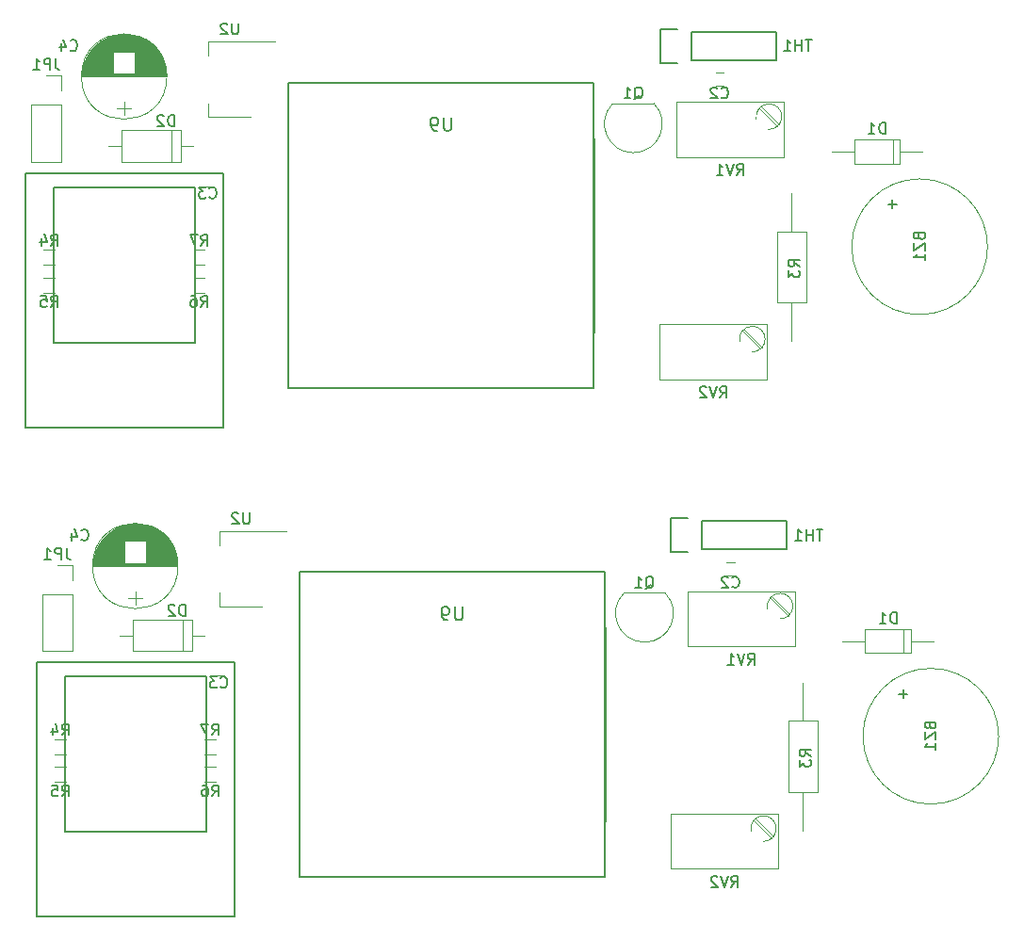
<source format=gbo>
%MOIN*%
%OFA0B0*%
%FSLAX46Y46*%
%IPPOS*%
%LPD*%
%ADD10C,0.0039370078740157488*%
%ADD11C,0.0047244094488188976*%
%ADD12C,0.005905511811023622*%
%ADD23C,0.0039370078740157488*%
%ADD24C,0.0047244094488188976*%
%ADD25C,0.005905511811023622*%
%LPD*%
G01*
D10*
D11*
X0003862204Y0002596456D02*
G75*
G03X0003862204Y0002596456I-0000240157D01*
G01*
X0002899606Y0003165354D02*
X0002927165Y0003165354D01*
X0002927165Y0003212598D02*
X0002899606Y0003212598D01*
X0001088582Y0002811023D02*
X0001116141Y0002811023D01*
X0001116141Y0002858267D02*
X0001088582Y0002858267D01*
X0000958267Y0003198818D02*
G75*
G03X0000958267Y0003198818I-0000151181D01*
G01*
X0000956692Y0003198818D02*
X0000657480Y0003198818D01*
X0000956692Y0003200393D02*
X0000657480Y0003200393D01*
X0000956692Y0003201968D02*
X0000657480Y0003201968D01*
X0000956653Y0003203543D02*
X0000657519Y0003203543D01*
X0000956574Y0003205118D02*
X0000657598Y0003205118D01*
X0000956496Y0003206692D02*
X0000657677Y0003206692D01*
X0000956417Y0003208267D02*
X0000657755Y0003208267D01*
X0000956299Y0003209842D02*
X0000845669Y0003209842D01*
X0000768503Y0003209842D02*
X0000657874Y0003209842D01*
X0000956181Y0003211417D02*
X0000845669Y0003211417D01*
X0000768503Y0003211417D02*
X0000657992Y0003211417D01*
X0000956062Y0003212992D02*
X0000845669Y0003212992D01*
X0000768503Y0003212992D02*
X0000658110Y0003212992D01*
X0000955905Y0003214566D02*
X0000845669Y0003214566D01*
X0000768503Y0003214566D02*
X0000658267Y0003214566D01*
X0000955708Y0003216141D02*
X0000845669Y0003216141D01*
X0000768503Y0003216141D02*
X0000658464Y0003216141D01*
X0000955511Y0003217716D02*
X0000845669Y0003217716D01*
X0000768503Y0003217716D02*
X0000658661Y0003217716D01*
X0000955314Y0003219291D02*
X0000845669Y0003219291D01*
X0000768503Y0003219291D02*
X0000658858Y0003219291D01*
X0000955078Y0003220866D02*
X0000845669Y0003220866D01*
X0000768503Y0003220866D02*
X0000659094Y0003220866D01*
X0000954842Y0003222440D02*
X0000845669Y0003222440D01*
X0000768503Y0003222440D02*
X0000659330Y0003222440D01*
X0000954606Y0003224015D02*
X0000845669Y0003224015D01*
X0000768503Y0003224015D02*
X0000659566Y0003224015D01*
X0000954330Y0003225590D02*
X0000845669Y0003225590D01*
X0000768503Y0003225590D02*
X0000659842Y0003225590D01*
X0000954015Y0003227204D02*
X0000845669Y0003227204D01*
X0000768503Y0003227204D02*
X0000660157Y0003227204D01*
X0000953740Y0003228779D02*
X0000845669Y0003228779D01*
X0000768503Y0003228779D02*
X0000660433Y0003228779D01*
X0000953385Y0003230354D02*
X0000845669Y0003230354D01*
X0000768503Y0003230354D02*
X0000660787Y0003230354D01*
X0000953031Y0003231929D02*
X0000845669Y0003231929D01*
X0000768503Y0003231929D02*
X0000661141Y0003231929D01*
X0000952677Y0003233503D02*
X0000845669Y0003233503D01*
X0000768503Y0003233503D02*
X0000661496Y0003233503D01*
X0000952322Y0003235078D02*
X0000845669Y0003235078D01*
X0000768503Y0003235078D02*
X0000661850Y0003235078D01*
X0000951929Y0003236653D02*
X0000845669Y0003236653D01*
X0000768503Y0003236653D02*
X0000662244Y0003236653D01*
X0000951496Y0003238228D02*
X0000845669Y0003238228D01*
X0000768503Y0003238228D02*
X0000662677Y0003238228D01*
X0000951062Y0003239803D02*
X0000845669Y0003239803D01*
X0000768503Y0003239803D02*
X0000663110Y0003239803D01*
X0000950590Y0003241377D02*
X0000845669Y0003241377D01*
X0000768503Y0003241377D02*
X0000663582Y0003241377D01*
X0000950157Y0003242952D02*
X0000845669Y0003242952D01*
X0000768503Y0003242952D02*
X0000664015Y0003242952D01*
X0000949645Y0003244527D02*
X0000845669Y0003244527D01*
X0000768503Y0003244527D02*
X0000664527Y0003244527D01*
X0000949133Y0003246102D02*
X0000845669Y0003246102D01*
X0000768503Y0003246102D02*
X0000665039Y0003246102D01*
X0000948622Y0003247677D02*
X0000845669Y0003247677D01*
X0000768503Y0003247677D02*
X0000665551Y0003247677D01*
X0000948070Y0003249251D02*
X0000845669Y0003249251D01*
X0000768503Y0003249251D02*
X0000666102Y0003249251D01*
X0000947480Y0003250826D02*
X0000845669Y0003250826D01*
X0000768503Y0003250826D02*
X0000666692Y0003250826D01*
X0000946929Y0003252401D02*
X0000845669Y0003252401D01*
X0000768503Y0003252401D02*
X0000667244Y0003252401D01*
X0000946299Y0003253976D02*
X0000845669Y0003253976D01*
X0000768503Y0003253976D02*
X0000667874Y0003253976D01*
X0000945669Y0003255551D02*
X0000845669Y0003255551D01*
X0000768503Y0003255551D02*
X0000668503Y0003255551D01*
X0000945039Y0003257125D02*
X0000845669Y0003257125D01*
X0000768503Y0003257125D02*
X0000669133Y0003257125D01*
X0000944370Y0003258700D02*
X0000845669Y0003258700D01*
X0000768503Y0003258700D02*
X0000669803Y0003258700D01*
X0000943661Y0003260275D02*
X0000845669Y0003260275D01*
X0000768503Y0003260275D02*
X0000670511Y0003260275D01*
X0000942952Y0003261850D02*
X0000845669Y0003261850D01*
X0000768503Y0003261850D02*
X0000671220Y0003261850D01*
X0000942244Y0003263425D02*
X0000845669Y0003263425D01*
X0000768503Y0003263425D02*
X0000671929Y0003263425D01*
X0000941456Y0003265000D02*
X0000845669Y0003265000D01*
X0000768503Y0003265000D02*
X0000672716Y0003265000D01*
X0000940708Y0003266574D02*
X0000845669Y0003266574D01*
X0000768503Y0003266574D02*
X0000673464Y0003266574D01*
X0000939881Y0003268149D02*
X0000845669Y0003268149D01*
X0000768503Y0003268149D02*
X0000674291Y0003268149D01*
X0000939055Y0003269724D02*
X0000845669Y0003269724D01*
X0000768503Y0003269724D02*
X0000675118Y0003269724D01*
X0000938228Y0003271299D02*
X0000845669Y0003271299D01*
X0000768503Y0003271299D02*
X0000675944Y0003271299D01*
X0000937362Y0003272874D02*
X0000845669Y0003272874D01*
X0000768503Y0003272874D02*
X0000676811Y0003272874D01*
X0000936456Y0003274448D02*
X0000845669Y0003274448D01*
X0000768503Y0003274448D02*
X0000677716Y0003274448D01*
X0000935551Y0003276023D02*
X0000845669Y0003276023D01*
X0000768503Y0003276023D02*
X0000678622Y0003276023D01*
X0000934606Y0003277598D02*
X0000845669Y0003277598D01*
X0000768503Y0003277598D02*
X0000679566Y0003277598D01*
X0000933622Y0003279173D02*
X0000845669Y0003279173D01*
X0000768503Y0003279173D02*
X0000680551Y0003279173D01*
X0000932598Y0003280748D02*
X0000845669Y0003280748D01*
X0000768503Y0003280748D02*
X0000681574Y0003280748D01*
X0000931574Y0003282322D02*
X0000845669Y0003282322D01*
X0000768503Y0003282322D02*
X0000682598Y0003282322D01*
X0000930511Y0003283897D02*
X0000845669Y0003283897D01*
X0000768503Y0003283897D02*
X0000683661Y0003283897D01*
X0000929448Y0003285472D02*
X0000845669Y0003285472D01*
X0000768503Y0003285472D02*
X0000684724Y0003285472D01*
X0000928307Y0003287047D02*
X0000685866Y0003287047D01*
X0000927165Y0003288622D02*
X0000687007Y0003288622D01*
X0000925984Y0003290196D02*
X0000688188Y0003290196D01*
X0000924803Y0003291771D02*
X0000689370Y0003291771D01*
X0000923543Y0003293346D02*
X0000690629Y0003293346D01*
X0000922283Y0003294921D02*
X0000691889Y0003294921D01*
X0000920944Y0003296496D02*
X0000693228Y0003296496D01*
X0000919606Y0003298070D02*
X0000694566Y0003298070D01*
X0000918228Y0003299645D02*
X0000695944Y0003299645D01*
X0000916771Y0003301220D02*
X0000697401Y0003301220D01*
X0000915314Y0003302795D02*
X0000698858Y0003302795D01*
X0000913818Y0003304370D02*
X0000700354Y0003304370D01*
X0000912244Y0003305944D02*
X0000701929Y0003305944D01*
X0000910629Y0003307519D02*
X0000703543Y0003307519D01*
X0000908976Y0003309094D02*
X0000705196Y0003309094D01*
X0000907283Y0003310669D02*
X0000706889Y0003310669D01*
X0000905511Y0003312244D02*
X0000708661Y0003312244D01*
X0000903700Y0003313818D02*
X0000710472Y0003313818D01*
X0000901850Y0003315393D02*
X0000712322Y0003315393D01*
X0000899881Y0003316968D02*
X0000714291Y0003316968D01*
X0000897913Y0003318543D02*
X0000716259Y0003318543D01*
X0000895826Y0003320118D02*
X0000718346Y0003320118D01*
X0000893661Y0003321692D02*
X0000720511Y0003321692D01*
X0000891417Y0003323267D02*
X0000722755Y0003323267D01*
X0000889094Y0003324842D02*
X0000725078Y0003324842D01*
X0000886692Y0003326417D02*
X0000727480Y0003326417D01*
X0000884133Y0003327992D02*
X0000730039Y0003327992D01*
X0000881496Y0003329566D02*
X0000732677Y0003329566D01*
X0000878740Y0003331141D02*
X0000735433Y0003331141D01*
X0000875787Y0003332716D02*
X0000738385Y0003332716D01*
X0000872716Y0003334291D02*
X0000741456Y0003334291D01*
X0000869448Y0003335866D02*
X0000744724Y0003335866D01*
X0000865944Y0003337440D02*
X0000748228Y0003337440D01*
X0000862204Y0003339015D02*
X0000751968Y0003339015D01*
X0000858149Y0003340590D02*
X0000756023Y0003340590D01*
X0000853700Y0003342165D02*
X0000760472Y0003342165D01*
X0000848700Y0003343740D02*
X0000765472Y0003343740D01*
X0000843031Y0003345314D02*
X0000771141Y0003345314D01*
X0000836220Y0003346889D02*
X0000777952Y0003346889D01*
X0000827283Y0003348464D02*
X0000786889Y0003348464D01*
X0000807086Y0003062992D02*
X0000807086Y0003110236D01*
X0000832677Y0003086614D02*
X0000781496Y0003086614D01*
X0003552362Y0002974803D02*
X0003552362Y0002891338D01*
X0003552362Y0002891338D02*
X0003390157Y0002891338D01*
X0003390157Y0002891338D02*
X0003390157Y0002974803D01*
X0003390157Y0002974803D02*
X0003552362Y0002974803D01*
X0003632677Y0002933070D02*
X0003552362Y0002933070D01*
X0003309842Y0002933070D02*
X0003390157Y0002933070D01*
X0003526377Y0002974803D02*
X0003526377Y0002891338D01*
X0000583858Y0002897244D02*
X0000479133Y0002897244D01*
X0000583858Y0003099606D02*
X0000583858Y0002897244D01*
X0000479133Y0003099606D02*
X0000479133Y0002897244D01*
X0000583858Y0003099606D02*
X0000479133Y0003099606D01*
X0000583858Y0003149606D02*
X0000583858Y0003201968D01*
X0000583858Y0003201968D02*
X0000531496Y0003201968D01*
X0002538188Y0003104330D02*
X0002679921Y0003104330D01*
X0002536674Y0003103877D02*
G75*
G03X0002609055Y0002929133I0000072381J-0000072381D01*
G01*
X0002681436Y0003103877D02*
G75*
G02X0002609055Y0002929133I-0000072381J-0000072381D01*
G01*
X0003220866Y0002398031D02*
X0003117716Y0002398031D01*
X0003117716Y0002398031D02*
X0003117716Y0002650787D01*
X0003117716Y0002650787D02*
X0003220866Y0002650787D01*
X0003220866Y0002650787D02*
X0003220866Y0002398031D01*
X0003169291Y0002262992D02*
X0003169291Y0002398031D01*
X0003169291Y0002785826D02*
X0003169291Y0002650787D01*
X0000521653Y0002532283D02*
X0000561023Y0002532283D01*
X0000561023Y0002585826D02*
X0000521653Y0002585826D01*
X0000521653Y0002433858D02*
X0000561023Y0002433858D01*
X0000561023Y0002487401D02*
X0000521653Y0002487401D01*
X0001092519Y0002487401D02*
X0001053149Y0002487401D01*
X0001053149Y0002433858D02*
X0001092519Y0002433858D01*
X0001092519Y0002585826D02*
X0001053149Y0002585826D01*
X0001053149Y0002532283D02*
X0001092519Y0002532283D01*
X0003087192Y0003011641D02*
G75*
G03X0003088779Y0003102559I0000001586J0000045444D01*
G01*
X0003089571Y0003102521D02*
G75*
G03X0003044330Y0003047637I-0000000792J-0000045435D01*
G01*
X0002761220Y0002914566D02*
X0003141141Y0002914566D01*
X0002761220Y0003109488D02*
X0003141141Y0003109488D01*
X0002761220Y0002914566D02*
X0002761220Y0003109488D01*
X0003141141Y0002914566D02*
X0003141141Y0003109488D01*
X0003123267Y0003028188D02*
X0003059842Y0003091574D01*
X0003117755Y0003022637D02*
X0003054291Y0003086023D01*
X0003028137Y0002224240D02*
G75*
G03X0003029724Y0002315157I0000001586J0000045444D01*
G01*
X0003030516Y0002315120D02*
G75*
G03X0002985275Y0002260236I-0000000792J-0000045435D01*
G01*
X0002702165Y0002127165D02*
X0003082086Y0002127165D01*
X0002702165Y0002322086D02*
X0003082086Y0002322086D01*
X0002702165Y0002127165D02*
X0002702165Y0002322086D01*
X0003082086Y0002127165D02*
X0003082086Y0002322086D01*
X0003064212Y0002240787D02*
X0003000787Y0002304173D01*
X0003058700Y0002235236D02*
X0002995236Y0002298622D01*
D12*
X0002813385Y0003357086D02*
X0002813385Y0003257086D01*
X0003113385Y0003357086D02*
X0002813385Y0003357086D01*
X0003113385Y0003257086D02*
X0003113385Y0003357086D01*
X0002813385Y0003257086D02*
X0003113385Y0003257086D01*
X0002703385Y0003367086D02*
X0002763385Y0003367086D01*
X0002703385Y0003247086D02*
X0002703385Y0003367086D01*
X0002763385Y0003247086D02*
X0002703385Y0003247086D01*
D11*
X0001105905Y0003054724D02*
X0001105905Y0003104330D01*
X0001105905Y0003323228D02*
X0001105905Y0003273622D01*
X0001253937Y0003054724D02*
X0001105905Y0003054724D01*
X0001342519Y0003323228D02*
X0001105905Y0003323228D01*
D12*
X0001057086Y0002807480D02*
X0001057086Y0002257480D01*
X0001057086Y0002257480D02*
X0000557086Y0002257480D01*
X0000557086Y0002257480D02*
X0000557086Y0002807480D01*
X0000557086Y0002807480D02*
X0001057086Y0002807480D01*
X0001157086Y0002857480D02*
X0000457086Y0002857480D01*
X0000457086Y0002857480D02*
X0000457086Y0001957480D01*
X0000457086Y0001957480D02*
X0001157086Y0001957480D01*
X0001157086Y0001957480D02*
X0001157086Y0002857480D01*
X0001389133Y0003177795D02*
X0001389133Y0002097795D01*
X0002469133Y0003177795D02*
X0002469133Y0002097795D01*
X0002469133Y0002097795D02*
X0001389133Y0002097795D01*
X0002469133Y0003177795D02*
X0001389133Y0003177795D01*
X0002470472Y0002981102D02*
X0002470472Y0002294488D01*
X0001387795Y0002294488D02*
X0001387795Y0002981102D01*
D11*
X0001007086Y0003008267D02*
X0001007086Y0002897244D01*
X0001007086Y0002897244D02*
X0000797637Y0002897244D01*
X0000797637Y0002897244D02*
X0000797637Y0003008267D01*
X0000797637Y0003008267D02*
X0001007086Y0003008267D01*
X0001051968Y0002952755D02*
X0001007086Y0002952755D01*
X0000752755Y0002952755D02*
X0000797637Y0002952755D01*
X0000974015Y0003008267D02*
X0000974015Y0002897244D01*
D12*
X0003619235Y0002633108D02*
X0003621109Y0002627484D01*
X0003622984Y0002625609D01*
X0003626734Y0002623734D01*
X0003632358Y0002623734D01*
X0003636107Y0002625609D01*
X0003637982Y0002627484D01*
X0003639857Y0002631233D01*
X0003639857Y0002646231D01*
X0003600487Y0002646231D01*
X0003600487Y0002633108D01*
X0003602362Y0002629358D01*
X0003604236Y0002627484D01*
X0003607986Y0002625609D01*
X0003611736Y0002625609D01*
X0003615485Y0002627484D01*
X0003617360Y0002629358D01*
X0003619235Y0002633108D01*
X0003619235Y0002646231D01*
X0003600487Y0002610611D02*
X0003600487Y0002584364D01*
X0003639857Y0002610611D01*
X0003639857Y0002584364D01*
X0003639857Y0002548743D02*
X0003639857Y0002571241D01*
X0003639857Y0002559992D02*
X0003600487Y0002559992D01*
X0003606111Y0002563742D01*
X0003609861Y0002567491D01*
X0003611736Y0002571241D01*
X0003524859Y0002761454D02*
X0003524859Y0002731458D01*
X0003539857Y0002746456D02*
X0003509861Y0002746456D01*
X0002919947Y0003125703D02*
X0002921822Y0003123828D01*
X0002927446Y0003121953D01*
X0002931196Y0003121953D01*
X0002936820Y0003123828D01*
X0002940569Y0003127577D01*
X0002942444Y0003131327D01*
X0002944319Y0003138826D01*
X0002944319Y0003144450D01*
X0002942444Y0003151949D01*
X0002940569Y0003155699D01*
X0002936820Y0003159448D01*
X0002931196Y0003161323D01*
X0002927446Y0003161323D01*
X0002921822Y0003159448D01*
X0002919947Y0003157574D01*
X0002904949Y0003157574D02*
X0002903074Y0003159448D01*
X0002899325Y0003161323D01*
X0002889951Y0003161323D01*
X0002886201Y0003159448D01*
X0002884326Y0003157574D01*
X0002882452Y0003153824D01*
X0002882452Y0003150075D01*
X0002884326Y0003144450D01*
X0002906824Y0003121953D01*
X0002882452Y0003121953D01*
X0001108923Y0002771372D02*
X0001110798Y0002769497D01*
X0001116422Y0002767622D01*
X0001120172Y0002767622D01*
X0001125796Y0002769497D01*
X0001129546Y0002773247D01*
X0001131421Y0002776996D01*
X0001133295Y0002784495D01*
X0001133295Y0002790119D01*
X0001131421Y0002797619D01*
X0001129546Y0002801368D01*
X0001125796Y0002805118D01*
X0001120172Y0002806992D01*
X0001116422Y0002806992D01*
X0001110798Y0002805118D01*
X0001108923Y0002803243D01*
X0001095800Y0002806992D02*
X0001071428Y0002806992D01*
X0001084551Y0002791994D01*
X0001078927Y0002791994D01*
X0001075178Y0002790119D01*
X0001073303Y0002788245D01*
X0001071428Y0002784495D01*
X0001071428Y0002775121D01*
X0001073303Y0002771372D01*
X0001075178Y0002769497D01*
X0001078927Y0002767622D01*
X0001090176Y0002767622D01*
X0001093925Y0002769497D01*
X0001095800Y0002771372D01*
X0000616797Y0003293025D02*
X0000618672Y0003291151D01*
X0000624296Y0003289276D01*
X0000628046Y0003289276D01*
X0000633670Y0003291151D01*
X0000637420Y0003294900D01*
X0000639295Y0003298650D01*
X0000641169Y0003306149D01*
X0000641169Y0003311773D01*
X0000639295Y0003319272D01*
X0000637420Y0003323022D01*
X0000633670Y0003326771D01*
X0000628046Y0003328646D01*
X0000624296Y0003328646D01*
X0000618672Y0003326771D01*
X0000616797Y0003324896D01*
X0000583052Y0003315523D02*
X0000583052Y0003289276D01*
X0000592425Y0003330521D02*
X0000601799Y0003302399D01*
X0000577427Y0003302399D01*
X0003500318Y0002996362D02*
X0003500318Y0003035733D01*
X0003490944Y0003035733D01*
X0003485320Y0003033858D01*
X0003481571Y0003030108D01*
X0003479696Y0003026359D01*
X0003477821Y0003018860D01*
X0003477821Y0003013235D01*
X0003479696Y0003005736D01*
X0003481571Y0003001987D01*
X0003485320Y0002998237D01*
X0003490944Y0002996362D01*
X0003500318Y0002996362D01*
X0003440326Y0002996362D02*
X0003462823Y0002996362D01*
X0003451574Y0002996362D02*
X0003451574Y0003035733D01*
X0003455324Y0003030108D01*
X0003459073Y0003026359D01*
X0003462823Y0003024484D01*
X0000564304Y0003262898D02*
X0000564304Y0003234776D01*
X0000566179Y0003229152D01*
X0000569928Y0003225403D01*
X0000575553Y0003223528D01*
X0000579302Y0003223528D01*
X0000545556Y0003223528D02*
X0000545556Y0003262898D01*
X0000530558Y0003262898D01*
X0000526809Y0003261023D01*
X0000524934Y0003259148D01*
X0000523059Y0003255399D01*
X0000523059Y0003249775D01*
X0000524934Y0003246025D01*
X0000526809Y0003244150D01*
X0000530558Y0003242275D01*
X0000545556Y0003242275D01*
X0000485564Y0003223528D02*
X0000508061Y0003223528D01*
X0000496812Y0003223528D02*
X0000496812Y0003262898D01*
X0000500562Y0003257274D01*
X0000504311Y0003253524D01*
X0000508061Y0003251649D01*
X0002612017Y0003118203D02*
X0002615766Y0003120078D01*
X0002619516Y0003123828D01*
X0002625140Y0003129452D01*
X0002628890Y0003131327D01*
X0002632639Y0003131327D01*
X0002630764Y0003121953D02*
X0002634514Y0003123828D01*
X0002638263Y0003127577D01*
X0002640138Y0003135076D01*
X0002640138Y0003148200D01*
X0002638263Y0003155699D01*
X0002634514Y0003159448D01*
X0002630764Y0003161323D01*
X0002623265Y0003161323D01*
X0002619516Y0003159448D01*
X0002615766Y0003155699D01*
X0002613892Y0003148200D01*
X0002613892Y0003135076D01*
X0002615766Y0003127577D01*
X0002619516Y0003123828D01*
X0002623265Y0003121953D01*
X0002630764Y0003121953D01*
X0002576396Y0003121953D02*
X0002598893Y0003121953D01*
X0002587645Y0003121953D02*
X0002587645Y0003161323D01*
X0002591394Y0003155699D01*
X0002595144Y0003151949D01*
X0002598893Y0003150075D01*
X0003196944Y0002526246D02*
X0003178196Y0002539370D01*
X0003196944Y0002548743D02*
X0003157574Y0002548743D01*
X0003157574Y0002533745D01*
X0003159448Y0002529996D01*
X0003161323Y0002528121D01*
X0003165073Y0002526246D01*
X0003170697Y0002526246D01*
X0003174446Y0002528121D01*
X0003176321Y0002529996D01*
X0003178196Y0002533745D01*
X0003178196Y0002548743D01*
X0003157574Y0002513123D02*
X0003157574Y0002488751D01*
X0003172572Y0002501874D01*
X0003172572Y0002496250D01*
X0003174446Y0002492500D01*
X0003176321Y0002490626D01*
X0003180071Y0002488751D01*
X0003189445Y0002488751D01*
X0003193194Y0002490626D01*
X0003195069Y0002492500D01*
X0003196944Y0002496250D01*
X0003196944Y0002507499D01*
X0003195069Y0002511248D01*
X0003193194Y0002513123D01*
X0000547900Y0002600299D02*
X0000561023Y0002619047D01*
X0000570397Y0002600299D02*
X0000570397Y0002639670D01*
X0000555399Y0002639670D01*
X0000551649Y0002637795D01*
X0000549775Y0002635920D01*
X0000547900Y0002632170D01*
X0000547900Y0002626546D01*
X0000549775Y0002622797D01*
X0000551649Y0002620922D01*
X0000555399Y0002619047D01*
X0000570397Y0002619047D01*
X0000514154Y0002626546D02*
X0000514154Y0002600299D01*
X0000523528Y0002641544D02*
X0000532902Y0002613423D01*
X0000508530Y0002613423D01*
X0000547900Y0002383764D02*
X0000561023Y0002402512D01*
X0000570397Y0002383764D02*
X0000570397Y0002423134D01*
X0000555399Y0002423134D01*
X0000551649Y0002421259D01*
X0000549775Y0002419385D01*
X0000547900Y0002415635D01*
X0000547900Y0002410011D01*
X0000549775Y0002406261D01*
X0000551649Y0002404386D01*
X0000555399Y0002402512D01*
X0000570397Y0002402512D01*
X0000512279Y0002423134D02*
X0000531027Y0002423134D01*
X0000532902Y0002404386D01*
X0000531027Y0002406261D01*
X0000527277Y0002408136D01*
X0000517903Y0002408136D01*
X0000514154Y0002406261D01*
X0000512279Y0002404386D01*
X0000510404Y0002400637D01*
X0000510404Y0002391263D01*
X0000512279Y0002387514D01*
X0000514154Y0002385639D01*
X0000517903Y0002383764D01*
X0000527277Y0002383764D01*
X0000531027Y0002385639D01*
X0000532902Y0002387514D01*
X0001079396Y0002383764D02*
X0001092519Y0002402512D01*
X0001101893Y0002383764D02*
X0001101893Y0002423134D01*
X0001086895Y0002423134D01*
X0001083145Y0002421259D01*
X0001081271Y0002419385D01*
X0001079396Y0002415635D01*
X0001079396Y0002410011D01*
X0001081271Y0002406261D01*
X0001083145Y0002404386D01*
X0001086895Y0002402512D01*
X0001101893Y0002402512D01*
X0001045650Y0002423134D02*
X0001053149Y0002423134D01*
X0001056899Y0002421259D01*
X0001058773Y0002419385D01*
X0001062523Y0002413760D01*
X0001064398Y0002406261D01*
X0001064398Y0002391263D01*
X0001062523Y0002387514D01*
X0001060648Y0002385639D01*
X0001056899Y0002383764D01*
X0001049400Y0002383764D01*
X0001045650Y0002385639D01*
X0001043775Y0002387514D01*
X0001041900Y0002391263D01*
X0001041900Y0002400637D01*
X0001043775Y0002404386D01*
X0001045650Y0002406261D01*
X0001049400Y0002408136D01*
X0001056899Y0002408136D01*
X0001060648Y0002406261D01*
X0001062523Y0002404386D01*
X0001064398Y0002400637D01*
X0001079396Y0002600299D02*
X0001092519Y0002619047D01*
X0001101893Y0002600299D02*
X0001101893Y0002639670D01*
X0001086895Y0002639670D01*
X0001083145Y0002637795D01*
X0001081271Y0002635920D01*
X0001079396Y0002632170D01*
X0001079396Y0002626546D01*
X0001081271Y0002622797D01*
X0001083145Y0002620922D01*
X0001086895Y0002619047D01*
X0001101893Y0002619047D01*
X0001066272Y0002639670D02*
X0001040026Y0002639670D01*
X0001056899Y0002600299D01*
X0002974615Y0002849906D02*
X0002987739Y0002868653D01*
X0002997112Y0002849906D02*
X0002997112Y0002889276D01*
X0002982114Y0002889276D01*
X0002978365Y0002887401D01*
X0002976490Y0002885526D01*
X0002974615Y0002881777D01*
X0002974615Y0002876152D01*
X0002976490Y0002872403D01*
X0002978365Y0002870528D01*
X0002982114Y0002868653D01*
X0002997112Y0002868653D01*
X0002963367Y0002889276D02*
X0002950243Y0002849906D01*
X0002937120Y0002889276D01*
X0002903374Y0002849906D02*
X0002925871Y0002849906D01*
X0002914623Y0002849906D02*
X0002914623Y0002889276D01*
X0002918372Y0002883652D01*
X0002922122Y0002879902D01*
X0002925871Y0002878027D01*
X0002915560Y0002062504D02*
X0002928683Y0002081252D01*
X0002938057Y0002062504D02*
X0002938057Y0002101874D01*
X0002923059Y0002101874D01*
X0002919310Y0002100000D01*
X0002917435Y0002098125D01*
X0002915560Y0002094375D01*
X0002915560Y0002088751D01*
X0002917435Y0002085001D01*
X0002919310Y0002083127D01*
X0002923059Y0002081252D01*
X0002938057Y0002081252D01*
X0002904311Y0002101874D02*
X0002891188Y0002062504D01*
X0002878065Y0002101874D01*
X0002866816Y0002098125D02*
X0002864941Y0002100000D01*
X0002861192Y0002101874D01*
X0002851818Y0002101874D01*
X0002848068Y0002100000D01*
X0002846194Y0002098125D01*
X0002844319Y0002094375D01*
X0002844319Y0002090626D01*
X0002846194Y0002085001D01*
X0002868691Y0002062504D01*
X0002844319Y0002062504D01*
X0003239595Y0003328646D02*
X0003217097Y0003328646D01*
X0003228346Y0003289276D02*
X0003228346Y0003328646D01*
X0003203974Y0003289276D02*
X0003203974Y0003328646D01*
X0003203974Y0003309898D02*
X0003181477Y0003309898D01*
X0003181477Y0003289276D02*
X0003181477Y0003328646D01*
X0003142107Y0003289276D02*
X0003164604Y0003289276D01*
X0003153355Y0003289276D02*
X0003153355Y0003328646D01*
X0003157105Y0003323022D01*
X0003160854Y0003319272D01*
X0003164604Y0003317397D01*
X0001211098Y0003387701D02*
X0001211098Y0003355830D01*
X0001209223Y0003352080D01*
X0001207349Y0003350206D01*
X0001203599Y0003348331D01*
X0001196100Y0003348331D01*
X0001192350Y0003350206D01*
X0001190476Y0003352080D01*
X0001188601Y0003355830D01*
X0001188601Y0003387701D01*
X0001171728Y0003383952D02*
X0001169853Y0003385826D01*
X0001166104Y0003387701D01*
X0001156730Y0003387701D01*
X0001152980Y0003385826D01*
X0001151106Y0003383952D01*
X0001149231Y0003380202D01*
X0001149231Y0003376452D01*
X0001151106Y0003370828D01*
X0001173603Y0003348331D01*
X0001149231Y0003348331D01*
X0001965129Y0003054218D02*
X0001965129Y0003015972D01*
X0001962879Y0003011473D01*
X0001960629Y0003009223D01*
X0001956130Y0003006974D01*
X0001947131Y0003006974D01*
X0001942632Y0003009223D01*
X0001940382Y0003011473D01*
X0001938132Y0003015972D01*
X0001938132Y0003054218D01*
X0001913385Y0003006974D02*
X0001904386Y0003006974D01*
X0001899887Y0003009223D01*
X0001897637Y0003011473D01*
X0001893138Y0003018222D01*
X0001890888Y0003027221D01*
X0001890888Y0003045219D01*
X0001893138Y0003049718D01*
X0001895388Y0003051968D01*
X0001899887Y0003054218D01*
X0001908886Y0003054218D01*
X0001913385Y0003051968D01*
X0001915635Y0003049718D01*
X0001917885Y0003045219D01*
X0001917885Y0003033970D01*
X0001915635Y0003029471D01*
X0001913385Y0003027221D01*
X0001908886Y0003024971D01*
X0001899887Y0003024971D01*
X0001895388Y0003027221D01*
X0001893138Y0003029471D01*
X0001890888Y0003033970D01*
X0000983783Y0003023528D02*
X0000983783Y0003062898D01*
X0000974409Y0003062898D01*
X0000968785Y0003061023D01*
X0000965035Y0003057274D01*
X0000963160Y0003053524D01*
X0000961286Y0003046025D01*
X0000961286Y0003040401D01*
X0000963160Y0003032902D01*
X0000965035Y0003029152D01*
X0000968785Y0003025403D01*
X0000974409Y0003023528D01*
X0000983783Y0003023528D01*
X0000946287Y0003059148D02*
X0000944413Y0003061023D01*
X0000940663Y0003062898D01*
X0000931289Y0003062898D01*
X0000927540Y0003061023D01*
X0000925665Y0003059148D01*
X0000923790Y0003055399D01*
X0000923790Y0003051649D01*
X0000925665Y0003046025D01*
X0000948162Y0003023528D01*
X0000923790Y0003023528D01*
G04 next file*
%LPD*%
G04 #@! TF.FileFunction,Legend,Bot*
G04 Gerber Fmt 4.6, Leading zero omitted, Abs format (unit mm)*
G04 Created by KiCad (PCBNEW 4.0.7) date 08/13/18 20:02:33*
G01*
G04 APERTURE LIST*
G04 APERTURE END LIST*
D23*
D24*
X0003901574Y0000864173D02*
G75*
G03X0003901574Y0000864173I-0000240157D01*
G01*
X0002938976Y0001433070D02*
X0002966535Y0001433070D01*
X0002966535Y0001480314D02*
X0002938976Y0001480314D01*
X0001127952Y0001078740D02*
X0001155511Y0001078740D01*
X0001155511Y0001125984D02*
X0001127952Y0001125984D01*
X0000997637Y0001466535D02*
G75*
G03X0000997637Y0001466535I-0000151181D01*
G01*
X0000996062Y0001466535D02*
X0000696850Y0001466535D01*
X0000996062Y0001468110D02*
X0000696850Y0001468110D01*
X0000996062Y0001469685D02*
X0000696850Y0001469685D01*
X0000996023Y0001471259D02*
X0000696889Y0001471259D01*
X0000995944Y0001472834D02*
X0000696968Y0001472834D01*
X0000995866Y0001474409D02*
X0000697047Y0001474409D01*
X0000995787Y0001475984D02*
X0000697125Y0001475984D01*
X0000995669Y0001477559D02*
X0000885039Y0001477559D01*
X0000807874Y0001477559D02*
X0000697244Y0001477559D01*
X0000995551Y0001479133D02*
X0000885039Y0001479133D01*
X0000807874Y0001479133D02*
X0000697362Y0001479133D01*
X0000995433Y0001480708D02*
X0000885039Y0001480708D01*
X0000807874Y0001480708D02*
X0000697480Y0001480708D01*
X0000995275Y0001482283D02*
X0000885039Y0001482283D01*
X0000807874Y0001482283D02*
X0000697637Y0001482283D01*
X0000995078Y0001483858D02*
X0000885039Y0001483858D01*
X0000807874Y0001483858D02*
X0000697834Y0001483858D01*
X0000994881Y0001485433D02*
X0000885039Y0001485433D01*
X0000807874Y0001485433D02*
X0000698031Y0001485433D01*
X0000994685Y0001487007D02*
X0000885039Y0001487007D01*
X0000807874Y0001487007D02*
X0000698228Y0001487007D01*
X0000994448Y0001488582D02*
X0000885039Y0001488582D01*
X0000807874Y0001488582D02*
X0000698464Y0001488582D01*
X0000994212Y0001490157D02*
X0000885039Y0001490157D01*
X0000807874Y0001490157D02*
X0000698700Y0001490157D01*
X0000993976Y0001491732D02*
X0000885039Y0001491732D01*
X0000807874Y0001491732D02*
X0000698937Y0001491732D01*
X0000993700Y0001493307D02*
X0000885039Y0001493307D01*
X0000807874Y0001493307D02*
X0000699212Y0001493307D01*
X0000993385Y0001494921D02*
X0000885039Y0001494921D01*
X0000807874Y0001494921D02*
X0000699527Y0001494921D01*
X0000993110Y0001496496D02*
X0000885039Y0001496496D01*
X0000807874Y0001496496D02*
X0000699803Y0001496496D01*
X0000992755Y0001498070D02*
X0000885039Y0001498070D01*
X0000807874Y0001498070D02*
X0000700157Y0001498070D01*
X0000992401Y0001499645D02*
X0000885039Y0001499645D01*
X0000807874Y0001499645D02*
X0000700511Y0001499645D01*
X0000992047Y0001501220D02*
X0000885039Y0001501220D01*
X0000807874Y0001501220D02*
X0000700866Y0001501220D01*
X0000991692Y0001502795D02*
X0000885039Y0001502795D01*
X0000807874Y0001502795D02*
X0000701220Y0001502795D01*
X0000991299Y0001504370D02*
X0000885039Y0001504370D01*
X0000807874Y0001504370D02*
X0000701614Y0001504370D01*
X0000990866Y0001505944D02*
X0000885039Y0001505944D01*
X0000807874Y0001505944D02*
X0000702047Y0001505944D01*
X0000990433Y0001507519D02*
X0000885039Y0001507519D01*
X0000807874Y0001507519D02*
X0000702480Y0001507519D01*
X0000989960Y0001509094D02*
X0000885039Y0001509094D01*
X0000807874Y0001509094D02*
X0000702952Y0001509094D01*
X0000989527Y0001510669D02*
X0000885039Y0001510669D01*
X0000807874Y0001510669D02*
X0000703385Y0001510669D01*
X0000989015Y0001512244D02*
X0000885039Y0001512244D01*
X0000807874Y0001512244D02*
X0000703897Y0001512244D01*
X0000988503Y0001513818D02*
X0000885039Y0001513818D01*
X0000807874Y0001513818D02*
X0000704409Y0001513818D01*
X0000987992Y0001515393D02*
X0000885039Y0001515393D01*
X0000807874Y0001515393D02*
X0000704921Y0001515393D01*
X0000987440Y0001516968D02*
X0000885039Y0001516968D01*
X0000807874Y0001516968D02*
X0000705472Y0001516968D01*
X0000986850Y0001518543D02*
X0000885039Y0001518543D01*
X0000807874Y0001518543D02*
X0000706062Y0001518543D01*
X0000986299Y0001520118D02*
X0000885039Y0001520118D01*
X0000807874Y0001520118D02*
X0000706614Y0001520118D01*
X0000985669Y0001521692D02*
X0000885039Y0001521692D01*
X0000807874Y0001521692D02*
X0000707244Y0001521692D01*
X0000985039Y0001523267D02*
X0000885039Y0001523267D01*
X0000807874Y0001523267D02*
X0000707874Y0001523267D01*
X0000984409Y0001524842D02*
X0000885039Y0001524842D01*
X0000807874Y0001524842D02*
X0000708503Y0001524842D01*
X0000983740Y0001526417D02*
X0000885039Y0001526417D01*
X0000807874Y0001526417D02*
X0000709173Y0001526417D01*
X0000983031Y0001527992D02*
X0000885039Y0001527992D01*
X0000807874Y0001527992D02*
X0000709881Y0001527992D01*
X0000982322Y0001529566D02*
X0000885039Y0001529566D01*
X0000807874Y0001529566D02*
X0000710590Y0001529566D01*
X0000981614Y0001531141D02*
X0000885039Y0001531141D01*
X0000807874Y0001531141D02*
X0000711299Y0001531141D01*
X0000980826Y0001532716D02*
X0000885039Y0001532716D01*
X0000807874Y0001532716D02*
X0000712086Y0001532716D01*
X0000980078Y0001534291D02*
X0000885039Y0001534291D01*
X0000807874Y0001534291D02*
X0000712834Y0001534291D01*
X0000979251Y0001535866D02*
X0000885039Y0001535866D01*
X0000807874Y0001535866D02*
X0000713661Y0001535866D01*
X0000978425Y0001537440D02*
X0000885039Y0001537440D01*
X0000807874Y0001537440D02*
X0000714488Y0001537440D01*
X0000977598Y0001539015D02*
X0000885039Y0001539015D01*
X0000807874Y0001539015D02*
X0000715314Y0001539015D01*
X0000976732Y0001540590D02*
X0000885039Y0001540590D01*
X0000807874Y0001540590D02*
X0000716181Y0001540590D01*
X0000975826Y0001542165D02*
X0000885039Y0001542165D01*
X0000807874Y0001542165D02*
X0000717086Y0001542165D01*
X0000974921Y0001543740D02*
X0000885039Y0001543740D01*
X0000807874Y0001543740D02*
X0000717992Y0001543740D01*
X0000973976Y0001545314D02*
X0000885039Y0001545314D01*
X0000807874Y0001545314D02*
X0000718937Y0001545314D01*
X0000972992Y0001546889D02*
X0000885039Y0001546889D01*
X0000807874Y0001546889D02*
X0000719921Y0001546889D01*
X0000971968Y0001548464D02*
X0000885039Y0001548464D01*
X0000807874Y0001548464D02*
X0000720944Y0001548464D01*
X0000970944Y0001550039D02*
X0000885039Y0001550039D01*
X0000807874Y0001550039D02*
X0000721968Y0001550039D01*
X0000969881Y0001551614D02*
X0000885039Y0001551614D01*
X0000807874Y0001551614D02*
X0000723031Y0001551614D01*
X0000968818Y0001553188D02*
X0000885039Y0001553188D01*
X0000807874Y0001553188D02*
X0000724094Y0001553188D01*
X0000967677Y0001554763D02*
X0000725236Y0001554763D01*
X0000966535Y0001556338D02*
X0000726377Y0001556338D01*
X0000965354Y0001557913D02*
X0000727559Y0001557913D01*
X0000964173Y0001559488D02*
X0000728740Y0001559488D01*
X0000962913Y0001561062D02*
X0000730000Y0001561062D01*
X0000961653Y0001562637D02*
X0000731259Y0001562637D01*
X0000960314Y0001564212D02*
X0000732598Y0001564212D01*
X0000958976Y0001565787D02*
X0000733937Y0001565787D01*
X0000957598Y0001567362D02*
X0000735314Y0001567362D01*
X0000956141Y0001568937D02*
X0000736771Y0001568937D01*
X0000954685Y0001570511D02*
X0000738228Y0001570511D01*
X0000953188Y0001572086D02*
X0000739724Y0001572086D01*
X0000951614Y0001573661D02*
X0000741299Y0001573661D01*
X0000950000Y0001575236D02*
X0000742913Y0001575236D01*
X0000948346Y0001576811D02*
X0000744566Y0001576811D01*
X0000946653Y0001578385D02*
X0000746259Y0001578385D01*
X0000944881Y0001579960D02*
X0000748031Y0001579960D01*
X0000943070Y0001581535D02*
X0000749842Y0001581535D01*
X0000941220Y0001583110D02*
X0000751692Y0001583110D01*
X0000939251Y0001584685D02*
X0000753661Y0001584685D01*
X0000937283Y0001586259D02*
X0000755629Y0001586259D01*
X0000935196Y0001587834D02*
X0000757716Y0001587834D01*
X0000933031Y0001589409D02*
X0000759881Y0001589409D01*
X0000930787Y0001590984D02*
X0000762125Y0001590984D01*
X0000928464Y0001592559D02*
X0000764448Y0001592559D01*
X0000926062Y0001594133D02*
X0000766850Y0001594133D01*
X0000923503Y0001595708D02*
X0000769409Y0001595708D01*
X0000920866Y0001597283D02*
X0000772047Y0001597283D01*
X0000918110Y0001598858D02*
X0000774803Y0001598858D01*
X0000915157Y0001600433D02*
X0000777755Y0001600433D01*
X0000912086Y0001602007D02*
X0000780826Y0001602007D01*
X0000908818Y0001603582D02*
X0000784094Y0001603582D01*
X0000905314Y0001605157D02*
X0000787598Y0001605157D01*
X0000901574Y0001606732D02*
X0000791338Y0001606732D01*
X0000897519Y0001608307D02*
X0000795393Y0001608307D01*
X0000893070Y0001609881D02*
X0000799842Y0001609881D01*
X0000888070Y0001611456D02*
X0000804842Y0001611456D01*
X0000882401Y0001613031D02*
X0000810511Y0001613031D01*
X0000875590Y0001614606D02*
X0000817322Y0001614606D01*
X0000866653Y0001616181D02*
X0000826259Y0001616181D01*
X0000846456Y0001330708D02*
X0000846456Y0001377952D01*
X0000872047Y0001354330D02*
X0000820866Y0001354330D01*
X0003591732Y0001242519D02*
X0003591732Y0001159055D01*
X0003591732Y0001159055D02*
X0003429527Y0001159055D01*
X0003429527Y0001159055D02*
X0003429527Y0001242519D01*
X0003429527Y0001242519D02*
X0003591732Y0001242519D01*
X0003672047Y0001200787D02*
X0003591732Y0001200787D01*
X0003349212Y0001200787D02*
X0003429527Y0001200787D01*
X0003565748Y0001242519D02*
X0003565748Y0001159055D01*
X0000623228Y0001164960D02*
X0000518503Y0001164960D01*
X0000623228Y0001367322D02*
X0000623228Y0001164960D01*
X0000518503Y0001367322D02*
X0000518503Y0001164960D01*
X0000623228Y0001367322D02*
X0000518503Y0001367322D01*
X0000623228Y0001417322D02*
X0000623228Y0001469685D01*
X0000623228Y0001469685D02*
X0000570866Y0001469685D01*
X0002577559Y0001372047D02*
X0002719291Y0001372047D01*
X0002576044Y0001371593D02*
G75*
G03X0002648425Y0001196850I0000072381J-0000072381D01*
G01*
X0002720806Y0001371593D02*
G75*
G02X0002648425Y0001196850I-0000072381J-0000072381D01*
G01*
X0003260236Y0000665748D02*
X0003157086Y0000665748D01*
X0003157086Y0000665748D02*
X0003157086Y0000918503D01*
X0003157086Y0000918503D02*
X0003260236Y0000918503D01*
X0003260236Y0000918503D02*
X0003260236Y0000665748D01*
X0003208661Y0000530708D02*
X0003208661Y0000665748D01*
X0003208661Y0001053543D02*
X0003208661Y0000918503D01*
X0000561023Y0000800000D02*
X0000600393Y0000800000D01*
X0000600393Y0000853543D02*
X0000561023Y0000853543D01*
X0000561023Y0000701574D02*
X0000600393Y0000701574D01*
X0000600393Y0000755118D02*
X0000561023Y0000755118D01*
X0001131889Y0000755118D02*
X0001092519Y0000755118D01*
X0001092519Y0000701574D02*
X0001131889Y0000701574D01*
X0001131889Y0000853543D02*
X0001092519Y0000853543D01*
X0001092519Y0000800000D02*
X0001131889Y0000800000D01*
X0003126562Y0001279358D02*
G75*
G03X0003128149Y0001370275I0000001586J0000045444D01*
G01*
X0003128941Y0001370238D02*
G75*
G03X0003083700Y0001315354I-0000000792J-0000045435D01*
G01*
X0002800590Y0001182283D02*
X0003180511Y0001182283D01*
X0002800590Y0001377204D02*
X0003180511Y0001377204D01*
X0002800590Y0001182283D02*
X0002800590Y0001377204D01*
X0003180511Y0001182283D02*
X0003180511Y0001377204D01*
X0003162637Y0001295905D02*
X0003099212Y0001359291D01*
X0003157125Y0001290354D02*
X0003093661Y0001353740D01*
X0003067507Y0000491956D02*
G75*
G03X0003069094Y0000582874I0000001586J0000045444D01*
G01*
X0003069886Y0000582836D02*
G75*
G03X0003024645Y0000527952I-0000000792J-0000045435D01*
G01*
X0002741535Y0000394881D02*
X0003121456Y0000394881D01*
X0002741535Y0000589803D02*
X0003121456Y0000589803D01*
X0002741535Y0000394881D02*
X0002741535Y0000589803D01*
X0003121456Y0000394881D02*
X0003121456Y0000589803D01*
X0003103582Y0000508503D02*
X0003040157Y0000571889D01*
X0003098070Y0000502952D02*
X0003034606Y0000566338D01*
D25*
X0002852755Y0001624803D02*
X0002852755Y0001524803D01*
X0003152755Y0001624803D02*
X0002852755Y0001624803D01*
X0003152755Y0001524803D02*
X0003152755Y0001624803D01*
X0002852755Y0001524803D02*
X0003152755Y0001524803D01*
X0002742755Y0001634803D02*
X0002802755Y0001634803D01*
X0002742755Y0001514803D02*
X0002742755Y0001634803D01*
X0002802755Y0001514803D02*
X0002742755Y0001514803D01*
D24*
X0001145275Y0001322440D02*
X0001145275Y0001372047D01*
X0001145275Y0001590944D02*
X0001145275Y0001541338D01*
X0001293307Y0001322440D02*
X0001145275Y0001322440D01*
X0001381889Y0001590944D02*
X0001145275Y0001590944D01*
D25*
X0001096456Y0001075196D02*
X0001096456Y0000525196D01*
X0001096456Y0000525196D02*
X0000596456Y0000525196D01*
X0000596456Y0000525196D02*
X0000596456Y0001075196D01*
X0000596456Y0001075196D02*
X0001096456Y0001075196D01*
X0001196456Y0001125196D02*
X0000496456Y0001125196D01*
X0000496456Y0001125196D02*
X0000496456Y0000225196D01*
X0000496456Y0000225196D02*
X0001196456Y0000225196D01*
X0001196456Y0000225196D02*
X0001196456Y0001125196D01*
X0001428503Y0001445511D02*
X0001428503Y0000365511D01*
X0002508503Y0001445511D02*
X0002508503Y0000365511D01*
X0002508503Y0000365511D02*
X0001428503Y0000365511D01*
X0002508503Y0001445511D02*
X0001428503Y0001445511D01*
X0002509842Y0001248818D02*
X0002509842Y0000562204D01*
X0001427165Y0000562204D02*
X0001427165Y0001248818D01*
D24*
X0001046456Y0001275984D02*
X0001046456Y0001164960D01*
X0001046456Y0001164960D02*
X0000837007Y0001164960D01*
X0000837007Y0001164960D02*
X0000837007Y0001275984D01*
X0000837007Y0001275984D02*
X0001046456Y0001275984D01*
X0001091338Y0001220472D02*
X0001046456Y0001220472D01*
X0000792125Y0001220472D02*
X0000837007Y0001220472D01*
X0001013385Y0001275984D02*
X0001013385Y0001164960D01*
D25*
X0003658605Y0000900824D02*
X0003660479Y0000895200D01*
X0003662354Y0000893325D01*
X0003666104Y0000891451D01*
X0003671728Y0000891451D01*
X0003675478Y0000893325D01*
X0003677352Y0000895200D01*
X0003679227Y0000898950D01*
X0003679227Y0000913948D01*
X0003639857Y0000913948D01*
X0003639857Y0000900824D01*
X0003641732Y0000897075D01*
X0003643607Y0000895200D01*
X0003647356Y0000893325D01*
X0003651106Y0000893325D01*
X0003654855Y0000895200D01*
X0003656730Y0000897075D01*
X0003658605Y0000900824D01*
X0003658605Y0000913948D01*
X0003639857Y0000878327D02*
X0003639857Y0000852080D01*
X0003679227Y0000878327D01*
X0003679227Y0000852080D01*
X0003679227Y0000816460D02*
X0003679227Y0000838957D01*
X0003679227Y0000827709D02*
X0003639857Y0000827709D01*
X0003645481Y0000831458D01*
X0003649231Y0000835208D01*
X0003651106Y0000838957D01*
X0003564229Y0001029171D02*
X0003564229Y0000999175D01*
X0003579227Y0001014173D02*
X0003549231Y0001014173D01*
X0002959317Y0001393419D02*
X0002961192Y0001391544D01*
X0002966816Y0001389670D01*
X0002970566Y0001389670D01*
X0002976190Y0001391544D01*
X0002979940Y0001395294D01*
X0002981814Y0001399043D01*
X0002983689Y0001406542D01*
X0002983689Y0001412167D01*
X0002981814Y0001419666D01*
X0002979940Y0001423415D01*
X0002976190Y0001427165D01*
X0002970566Y0001429040D01*
X0002966816Y0001429040D01*
X0002961192Y0001427165D01*
X0002959317Y0001425290D01*
X0002944319Y0001425290D02*
X0002942444Y0001427165D01*
X0002938695Y0001429040D01*
X0002929321Y0001429040D01*
X0002925571Y0001427165D01*
X0002923697Y0001425290D01*
X0002921822Y0001421541D01*
X0002921822Y0001417791D01*
X0002923697Y0001412167D01*
X0002946194Y0001389670D01*
X0002921822Y0001389670D01*
X0001148293Y0001039088D02*
X0001150168Y0001037214D01*
X0001155792Y0001035339D01*
X0001159542Y0001035339D01*
X0001165166Y0001037214D01*
X0001168916Y0001040963D01*
X0001170791Y0001044713D01*
X0001172665Y0001052212D01*
X0001172665Y0001057836D01*
X0001170791Y0001065335D01*
X0001168916Y0001069085D01*
X0001165166Y0001072834D01*
X0001159542Y0001074709D01*
X0001155792Y0001074709D01*
X0001150168Y0001072834D01*
X0001148293Y0001070959D01*
X0001135170Y0001074709D02*
X0001110798Y0001074709D01*
X0001123922Y0001059711D01*
X0001118297Y0001059711D01*
X0001114548Y0001057836D01*
X0001112673Y0001055961D01*
X0001110798Y0001052212D01*
X0001110798Y0001042838D01*
X0001112673Y0001039088D01*
X0001114548Y0001037214D01*
X0001118297Y0001035339D01*
X0001129546Y0001035339D01*
X0001133295Y0001037214D01*
X0001135170Y0001039088D01*
X0000656167Y0001560742D02*
X0000658042Y0001558867D01*
X0000663667Y0001556992D01*
X0000667416Y0001556992D01*
X0000673040Y0001558867D01*
X0000676790Y0001562617D01*
X0000678665Y0001566366D01*
X0000680539Y0001573865D01*
X0000680539Y0001579490D01*
X0000678665Y0001586989D01*
X0000676790Y0001590738D01*
X0000673040Y0001594488D01*
X0000667416Y0001596362D01*
X0000663667Y0001596362D01*
X0000658042Y0001594488D01*
X0000656167Y0001592613D01*
X0000622422Y0001583239D02*
X0000622422Y0001556992D01*
X0000631796Y0001598237D02*
X0000641169Y0001570116D01*
X0000616797Y0001570116D01*
X0003539688Y0001264079D02*
X0003539688Y0001303449D01*
X0003530314Y0001303449D01*
X0003524690Y0001301574D01*
X0003520941Y0001297825D01*
X0003519066Y0001294075D01*
X0003517191Y0001286576D01*
X0003517191Y0001280952D01*
X0003519066Y0001273453D01*
X0003520941Y0001269703D01*
X0003524690Y0001265954D01*
X0003530314Y0001264079D01*
X0003539688Y0001264079D01*
X0003479696Y0001264079D02*
X0003502193Y0001264079D01*
X0003490944Y0001264079D02*
X0003490944Y0001303449D01*
X0003494694Y0001297825D01*
X0003498443Y0001294075D01*
X0003502193Y0001292200D01*
X0000603674Y0001530614D02*
X0000603674Y0001502493D01*
X0000605549Y0001496869D01*
X0000609298Y0001493119D01*
X0000614923Y0001491244D01*
X0000618672Y0001491244D01*
X0000584926Y0001491244D02*
X0000584926Y0001530614D01*
X0000569928Y0001530614D01*
X0000566179Y0001528740D01*
X0000564304Y0001526865D01*
X0000562429Y0001523115D01*
X0000562429Y0001517491D01*
X0000564304Y0001513742D01*
X0000566179Y0001511867D01*
X0000569928Y0001509992D01*
X0000584926Y0001509992D01*
X0000524934Y0001491244D02*
X0000547431Y0001491244D01*
X0000536182Y0001491244D02*
X0000536182Y0001530614D01*
X0000539932Y0001524990D01*
X0000543682Y0001521241D01*
X0000547431Y0001519366D01*
X0002651387Y0001385920D02*
X0002655136Y0001387795D01*
X0002658886Y0001391544D01*
X0002664510Y0001397169D01*
X0002668260Y0001399043D01*
X0002672009Y0001399043D01*
X0002670135Y0001389670D02*
X0002673884Y0001391544D01*
X0002677634Y0001395294D01*
X0002679508Y0001402793D01*
X0002679508Y0001415916D01*
X0002677634Y0001423415D01*
X0002673884Y0001427165D01*
X0002670135Y0001429040D01*
X0002662635Y0001429040D01*
X0002658886Y0001427165D01*
X0002655136Y0001423415D01*
X0002653262Y0001415916D01*
X0002653262Y0001402793D01*
X0002655136Y0001395294D01*
X0002658886Y0001391544D01*
X0002662635Y0001389670D01*
X0002670135Y0001389670D01*
X0002615766Y0001389670D02*
X0002638263Y0001389670D01*
X0002627015Y0001389670D02*
X0002627015Y0001429040D01*
X0002630764Y0001423415D01*
X0002634514Y0001419666D01*
X0002638263Y0001417791D01*
X0003236314Y0000793963D02*
X0003217566Y0000807086D01*
X0003236314Y0000816460D02*
X0003196944Y0000816460D01*
X0003196944Y0000801462D01*
X0003198818Y0000797712D01*
X0003200693Y0000795837D01*
X0003204443Y0000793963D01*
X0003210067Y0000793963D01*
X0003213817Y0000795837D01*
X0003215691Y0000797712D01*
X0003217566Y0000801462D01*
X0003217566Y0000816460D01*
X0003196944Y0000780839D02*
X0003196944Y0000756467D01*
X0003211942Y0000769591D01*
X0003211942Y0000763966D01*
X0003213817Y0000760217D01*
X0003215691Y0000758342D01*
X0003219441Y0000756467D01*
X0003228815Y0000756467D01*
X0003232564Y0000758342D01*
X0003234439Y0000760217D01*
X0003236314Y0000763966D01*
X0003236314Y0000775215D01*
X0003234439Y0000778965D01*
X0003232564Y0000780839D01*
X0000587270Y0000868016D02*
X0000600393Y0000886764D01*
X0000609767Y0000868016D02*
X0000609767Y0000907386D01*
X0000594769Y0000907386D01*
X0000591019Y0000905511D01*
X0000589145Y0000903637D01*
X0000587270Y0000899887D01*
X0000587270Y0000894263D01*
X0000589145Y0000890513D01*
X0000591019Y0000888638D01*
X0000594769Y0000886764D01*
X0000609767Y0000886764D01*
X0000553524Y0000894263D02*
X0000553524Y0000868016D01*
X0000562898Y0000909261D02*
X0000572272Y0000881139D01*
X0000547900Y0000881139D01*
X0000587270Y0000651481D02*
X0000600393Y0000670228D01*
X0000609767Y0000651481D02*
X0000609767Y0000690851D01*
X0000594769Y0000690851D01*
X0000591019Y0000688976D01*
X0000589145Y0000687101D01*
X0000587270Y0000683352D01*
X0000587270Y0000677727D01*
X0000589145Y0000673978D01*
X0000591019Y0000672103D01*
X0000594769Y0000670228D01*
X0000609767Y0000670228D01*
X0000551649Y0000690851D02*
X0000570397Y0000690851D01*
X0000572272Y0000672103D01*
X0000570397Y0000673978D01*
X0000566647Y0000675853D01*
X0000557274Y0000675853D01*
X0000553524Y0000673978D01*
X0000551649Y0000672103D01*
X0000549775Y0000668353D01*
X0000549775Y0000658980D01*
X0000551649Y0000655230D01*
X0000553524Y0000653355D01*
X0000557274Y0000651481D01*
X0000566647Y0000651481D01*
X0000570397Y0000653355D01*
X0000572272Y0000655230D01*
X0001118766Y0000651481D02*
X0001131889Y0000670228D01*
X0001141263Y0000651481D02*
X0001141263Y0000690851D01*
X0001126265Y0000690851D01*
X0001122515Y0000688976D01*
X0001120641Y0000687101D01*
X0001118766Y0000683352D01*
X0001118766Y0000677727D01*
X0001120641Y0000673978D01*
X0001122515Y0000672103D01*
X0001126265Y0000670228D01*
X0001141263Y0000670228D01*
X0001085020Y0000690851D02*
X0001092519Y0000690851D01*
X0001096269Y0000688976D01*
X0001098143Y0000687101D01*
X0001101893Y0000681477D01*
X0001103768Y0000673978D01*
X0001103768Y0000658980D01*
X0001101893Y0000655230D01*
X0001100018Y0000653355D01*
X0001096269Y0000651481D01*
X0001088770Y0000651481D01*
X0001085020Y0000653355D01*
X0001083145Y0000655230D01*
X0001081271Y0000658980D01*
X0001081271Y0000668353D01*
X0001083145Y0000672103D01*
X0001085020Y0000673978D01*
X0001088770Y0000675853D01*
X0001096269Y0000675853D01*
X0001100018Y0000673978D01*
X0001101893Y0000672103D01*
X0001103768Y0000668353D01*
X0001118766Y0000868016D02*
X0001131889Y0000886764D01*
X0001141263Y0000868016D02*
X0001141263Y0000907386D01*
X0001126265Y0000907386D01*
X0001122515Y0000905511D01*
X0001120641Y0000903637D01*
X0001118766Y0000899887D01*
X0001118766Y0000894263D01*
X0001120641Y0000890513D01*
X0001122515Y0000888638D01*
X0001126265Y0000886764D01*
X0001141263Y0000886764D01*
X0001105643Y0000907386D02*
X0001079396Y0000907386D01*
X0001096269Y0000868016D01*
X0003013985Y0001117622D02*
X0003027109Y0001136370D01*
X0003036482Y0001117622D02*
X0003036482Y0001156992D01*
X0003021484Y0001156992D01*
X0003017735Y0001155118D01*
X0003015860Y0001153243D01*
X0003013985Y0001149493D01*
X0003013985Y0001143869D01*
X0003015860Y0001140120D01*
X0003017735Y0001138245D01*
X0003021484Y0001136370D01*
X0003036482Y0001136370D01*
X0003002737Y0001156992D02*
X0002989613Y0001117622D01*
X0002976490Y0001156992D01*
X0002942744Y0001117622D02*
X0002965241Y0001117622D01*
X0002953993Y0001117622D02*
X0002953993Y0001156992D01*
X0002957742Y0001151368D01*
X0002961492Y0001147619D01*
X0002965241Y0001145744D01*
X0002954930Y0000330221D02*
X0002968054Y0000348968D01*
X0002977427Y0000330221D02*
X0002977427Y0000369591D01*
X0002962429Y0000369591D01*
X0002958680Y0000367716D01*
X0002956805Y0000365841D01*
X0002954930Y0000362092D01*
X0002954930Y0000356467D01*
X0002956805Y0000352718D01*
X0002958680Y0000350843D01*
X0002962429Y0000348968D01*
X0002977427Y0000348968D01*
X0002943682Y0000369591D02*
X0002930558Y0000330221D01*
X0002917435Y0000369591D01*
X0002906186Y0000365841D02*
X0002904311Y0000367716D01*
X0002900562Y0000369591D01*
X0002891188Y0000369591D01*
X0002887439Y0000367716D01*
X0002885564Y0000365841D01*
X0002883689Y0000362092D01*
X0002883689Y0000358342D01*
X0002885564Y0000352718D01*
X0002908061Y0000330221D01*
X0002883689Y0000330221D01*
X0003278965Y0001596362D02*
X0003256467Y0001596362D01*
X0003267716Y0001556992D02*
X0003267716Y0001596362D01*
X0003243344Y0001556992D02*
X0003243344Y0001596362D01*
X0003243344Y0001577615D02*
X0003220847Y0001577615D01*
X0003220847Y0001556992D02*
X0003220847Y0001596362D01*
X0003181477Y0001556992D02*
X0003203974Y0001556992D01*
X0003192725Y0001556992D02*
X0003192725Y0001596362D01*
X0003196475Y0001590738D01*
X0003200224Y0001586989D01*
X0003203974Y0001585114D01*
X0001250468Y0001655418D02*
X0001250468Y0001623547D01*
X0001248593Y0001619797D01*
X0001246719Y0001617922D01*
X0001242969Y0001616047D01*
X0001235470Y0001616047D01*
X0001231721Y0001617922D01*
X0001229846Y0001619797D01*
X0001227971Y0001623547D01*
X0001227971Y0001655418D01*
X0001211098Y0001651668D02*
X0001209223Y0001653543D01*
X0001205474Y0001655418D01*
X0001196100Y0001655418D01*
X0001192350Y0001653543D01*
X0001190476Y0001651668D01*
X0001188601Y0001647919D01*
X0001188601Y0001644169D01*
X0001190476Y0001638545D01*
X0001212973Y0001616047D01*
X0001188601Y0001616047D01*
X0002004499Y0001321934D02*
X0002004499Y0001283689D01*
X0002002249Y0001279190D01*
X0002000000Y0001276940D01*
X0001995500Y0001274690D01*
X0001986501Y0001274690D01*
X0001982002Y0001276940D01*
X0001979752Y0001279190D01*
X0001977502Y0001283689D01*
X0001977502Y0001321934D01*
X0001952755Y0001274690D02*
X0001943757Y0001274690D01*
X0001939257Y0001276940D01*
X0001937007Y0001279190D01*
X0001932508Y0001285939D01*
X0001930258Y0001294938D01*
X0001930258Y0001312935D01*
X0001932508Y0001317435D01*
X0001934758Y0001319685D01*
X0001939257Y0001321934D01*
X0001948256Y0001321934D01*
X0001952755Y0001319685D01*
X0001955005Y0001317435D01*
X0001957255Y0001312935D01*
X0001957255Y0001301687D01*
X0001955005Y0001297187D01*
X0001952755Y0001294938D01*
X0001948256Y0001292688D01*
X0001939257Y0001292688D01*
X0001934758Y0001294938D01*
X0001932508Y0001297187D01*
X0001930258Y0001301687D01*
X0001023153Y0001291244D02*
X0001023153Y0001330614D01*
X0001013779Y0001330614D01*
X0001008155Y0001328740D01*
X0001004405Y0001324990D01*
X0001002530Y0001321241D01*
X0001000656Y0001313742D01*
X0001000656Y0001308117D01*
X0001002530Y0001300618D01*
X0001004405Y0001296869D01*
X0001008155Y0001293119D01*
X0001013779Y0001291244D01*
X0001023153Y0001291244D01*
X0000985658Y0001326865D02*
X0000983783Y0001328740D01*
X0000980033Y0001330614D01*
X0000970659Y0001330614D01*
X0000966910Y0001328740D01*
X0000965035Y0001326865D01*
X0000963160Y0001323115D01*
X0000963160Y0001319366D01*
X0000965035Y0001313742D01*
X0000987532Y0001291244D01*
X0000963160Y0001291244D01*
M02*
</source>
